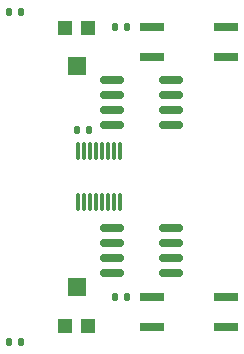
<source format=gbr>
%TF.GenerationSoftware,KiCad,Pcbnew,6.0.11-2627ca5db0~126~ubuntu22.04.1*%
%TF.CreationDate,2024-05-09T19:34:26+02:00*%
%TF.ProjectId,RedunDC,52656475-6e44-4432-9e6b-696361645f70,rev?*%
%TF.SameCoordinates,Original*%
%TF.FileFunction,Paste,Top*%
%TF.FilePolarity,Positive*%
%FSLAX46Y46*%
G04 Gerber Fmt 4.6, Leading zero omitted, Abs format (unit mm)*
G04 Created by KiCad (PCBNEW 6.0.11-2627ca5db0~126~ubuntu22.04.1) date 2024-05-09 19:34:26*
%MOMM*%
%LPD*%
G01*
G04 APERTURE LIST*
G04 Aperture macros list*
%AMRoundRect*
0 Rectangle with rounded corners*
0 $1 Rounding radius*
0 $2 $3 $4 $5 $6 $7 $8 $9 X,Y pos of 4 corners*
0 Add a 4 corners polygon primitive as box body*
4,1,4,$2,$3,$4,$5,$6,$7,$8,$9,$2,$3,0*
0 Add four circle primitives for the rounded corners*
1,1,$1+$1,$2,$3*
1,1,$1+$1,$4,$5*
1,1,$1+$1,$6,$7*
1,1,$1+$1,$8,$9*
0 Add four rect primitives between the rounded corners*
20,1,$1+$1,$2,$3,$4,$5,0*
20,1,$1+$1,$4,$5,$6,$7,0*
20,1,$1+$1,$6,$7,$8,$9,0*
20,1,$1+$1,$8,$9,$2,$3,0*%
G04 Aperture macros list end*
%ADD10RoundRect,0.075000X0.075000X-0.650000X0.075000X0.650000X-0.075000X0.650000X-0.075000X-0.650000X0*%
%ADD11R,2.000000X0.640000*%
%ADD12RoundRect,0.135000X0.135000X0.185000X-0.135000X0.185000X-0.135000X-0.185000X0.135000X-0.185000X0*%
%ADD13RoundRect,0.150000X-0.825000X-0.150000X0.825000X-0.150000X0.825000X0.150000X-0.825000X0.150000X0*%
%ADD14RoundRect,0.140000X0.140000X0.170000X-0.140000X0.170000X-0.140000X-0.170000X0.140000X-0.170000X0*%
%ADD15R,1.200000X1.200000*%
%ADD16R,1.600000X1.500000*%
%ADD17RoundRect,0.135000X-0.135000X-0.185000X0.135000X-0.185000X0.135000X0.185000X-0.135000X0.185000X0*%
G04 APERTURE END LIST*
D10*
%TO.C,U1*%
X137950000Y-93590000D03*
X138450000Y-93590000D03*
X138950000Y-93590000D03*
X139450000Y-93590000D03*
X139950000Y-93590000D03*
X140450000Y-93590000D03*
X140950000Y-93590000D03*
X141450000Y-93590000D03*
X141450000Y-89290000D03*
X140950000Y-89290000D03*
X140450000Y-89290000D03*
X139950000Y-89290000D03*
X139450000Y-89290000D03*
X138950000Y-89290000D03*
X138450000Y-89290000D03*
X137950000Y-89290000D03*
%TD*%
D11*
%TO.C,U3*%
X144170000Y-101600000D03*
X144170000Y-104140000D03*
X150470000Y-104140000D03*
X150470000Y-101600000D03*
%TD*%
D12*
%TO.C,R4*%
X133099999Y-105410000D03*
X132079999Y-105410000D03*
%TD*%
D11*
%TO.C,U2*%
X144170000Y-78740000D03*
X144170000Y-81280000D03*
X150470000Y-81280000D03*
X150470000Y-78740000D03*
%TD*%
D13*
%TO.C,Q1*%
X140806400Y-83235800D03*
X140806400Y-84505800D03*
X140806400Y-85775800D03*
X140806400Y-87045800D03*
X145756400Y-87045800D03*
X145756400Y-85775800D03*
X145756400Y-84505800D03*
X145756400Y-83235800D03*
%TD*%
D14*
%TO.C,C1*%
X138836400Y-87503000D03*
X137876400Y-87503000D03*
%TD*%
D15*
%TO.C,RV1*%
X138795000Y-78845000D03*
D16*
X137795000Y-82095000D03*
D15*
X136795000Y-78845000D03*
%TD*%
D13*
%TO.C,Q2*%
X140806400Y-95783400D03*
X140806400Y-97053400D03*
X140806400Y-98323400D03*
X140806400Y-99593400D03*
X145756400Y-99593400D03*
X145756400Y-98323400D03*
X145756400Y-97053400D03*
X145756400Y-95783400D03*
%TD*%
D17*
%TO.C,R2*%
X141044200Y-101600000D03*
X142064200Y-101600000D03*
%TD*%
D15*
%TO.C,RV2*%
X136795000Y-104035000D03*
D16*
X137795000Y-100785000D03*
D15*
X138795000Y-104035000D03*
%TD*%
D12*
%TO.C,R3*%
X133100000Y-77470000D03*
X132080000Y-77470000D03*
%TD*%
D17*
%TO.C,R1*%
X141060000Y-78740000D03*
X142080000Y-78740000D03*
%TD*%
M02*

</source>
